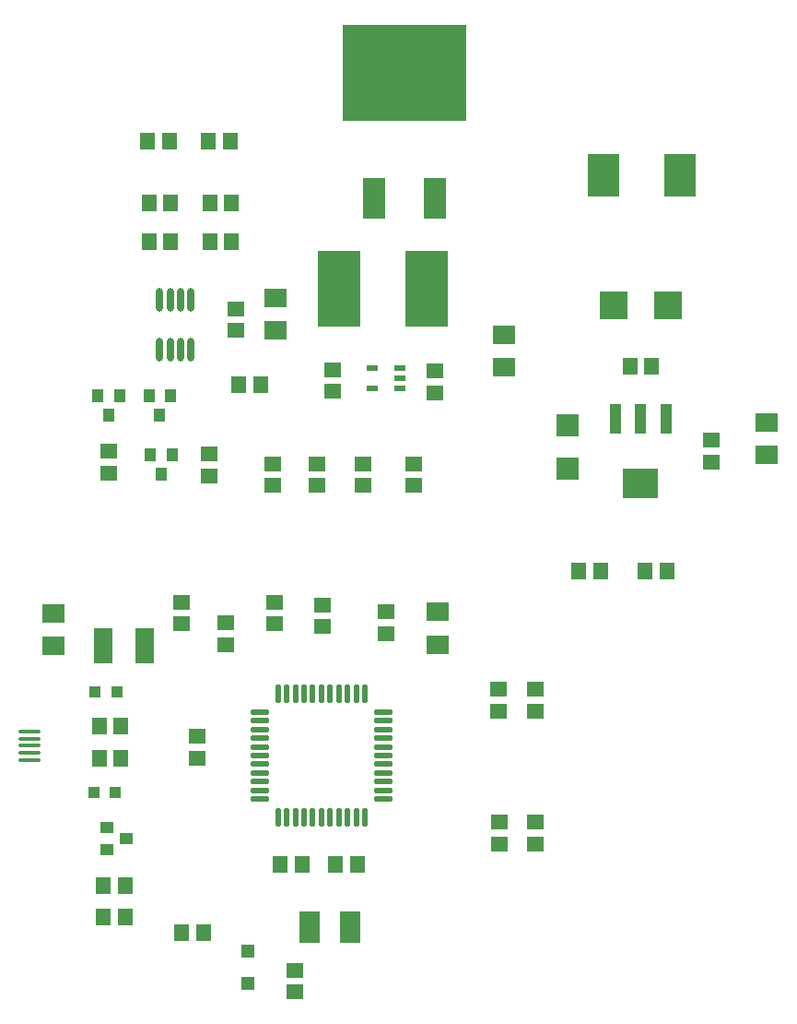
<source format=gtp>
G04*
G04 #@! TF.GenerationSoftware,Altium Limited,Altium Designer,20.0.12 (288)*
G04*
G04 Layer_Color=8421504*
%FSLAX43Y43*%
%MOMM*%
G71*
G01*
G75*
%ADD14O,1.750X0.550*%
%ADD15O,0.550X1.750*%
%ADD16R,1.500X1.400*%
%ADD17R,3.000X4.000*%
%ADD18R,1.400X1.500*%
%ADD19R,1.000X1.200*%
%ADD20R,1.900X3.000*%
%ADD21R,3.300X2.700*%
%ADD22R,1.000X2.700*%
%ADD23R,1.000X1.000*%
%ADD24R,1.200X1.000*%
%ADD25R,11.430X8.890*%
%ADD26R,2.083X3.810*%
%ADD27R,4.000X7.000*%
%ADD28O,2.000X0.400*%
%ADD29O,0.600X2.200*%
%ADD30R,2.100X1.800*%
%ADD31R,1.200X1.200*%
%ADD32R,1.800X3.200*%
%ADD33R,2.000X2.000*%
%ADD34R,1.100X0.600*%
%ADD35R,2.500X2.500*%
D14*
X56707Y60364D02*
D03*
Y59564D02*
D03*
Y58764D02*
D03*
Y57964D02*
D03*
Y57164D02*
D03*
Y56364D02*
D03*
Y55564D02*
D03*
Y54764D02*
D03*
Y53964D02*
D03*
Y53164D02*
D03*
Y52364D02*
D03*
X68007D02*
D03*
Y53164D02*
D03*
Y53964D02*
D03*
Y54764D02*
D03*
Y55564D02*
D03*
Y56364D02*
D03*
Y57164D02*
D03*
Y57964D02*
D03*
Y58764D02*
D03*
Y59564D02*
D03*
Y60364D02*
D03*
D15*
X58357Y50714D02*
D03*
X59157D02*
D03*
X59957D02*
D03*
X60757D02*
D03*
X61557D02*
D03*
X62357D02*
D03*
X63157D02*
D03*
X63957D02*
D03*
X64757D02*
D03*
X65557D02*
D03*
X66357D02*
D03*
Y62014D02*
D03*
X65557D02*
D03*
X64757D02*
D03*
X63957D02*
D03*
X63157D02*
D03*
X62357D02*
D03*
X61557D02*
D03*
X60757D02*
D03*
X59957D02*
D03*
X59157D02*
D03*
X58357D02*
D03*
D16*
X54483Y95369D02*
D03*
Y97369D02*
D03*
X52070Y84034D02*
D03*
Y82034D02*
D03*
X68326Y69556D02*
D03*
Y67556D02*
D03*
X57912Y81145D02*
D03*
Y83145D02*
D03*
X63373Y91781D02*
D03*
Y89781D02*
D03*
X42799Y84288D02*
D03*
Y82288D02*
D03*
X59944Y34663D02*
D03*
Y36663D02*
D03*
X78613Y60444D02*
D03*
Y62444D02*
D03*
X82042Y60444D02*
D03*
Y62444D02*
D03*
Y50252D02*
D03*
Y48252D02*
D03*
X78740Y50252D02*
D03*
Y48252D02*
D03*
X58039Y70429D02*
D03*
Y68429D02*
D03*
X53594Y68540D02*
D03*
Y66540D02*
D03*
X49530Y68445D02*
D03*
Y70445D02*
D03*
X66167Y81145D02*
D03*
Y83145D02*
D03*
X70866D02*
D03*
Y81145D02*
D03*
X72771Y89654D02*
D03*
Y91654D02*
D03*
X61976Y81145D02*
D03*
Y83145D02*
D03*
X50927Y56126D02*
D03*
Y58126D02*
D03*
X62484Y70175D02*
D03*
Y68175D02*
D03*
X98171Y85304D02*
D03*
Y83304D02*
D03*
D17*
X88265Y109601D02*
D03*
X95265D02*
D03*
D18*
X90694Y92051D02*
D03*
X92694D02*
D03*
X43926Y59055D02*
D03*
X41926D02*
D03*
X43942Y56110D02*
D03*
X41942D02*
D03*
X42291Y44450D02*
D03*
X44291D02*
D03*
X42307Y41505D02*
D03*
X44307D02*
D03*
X60563Y46331D02*
D03*
X58563D02*
D03*
X63643D02*
D03*
X65643D02*
D03*
X52086Y103505D02*
D03*
X54086D02*
D03*
X56753Y90400D02*
D03*
X54753D02*
D03*
X48498Y103505D02*
D03*
X46498D02*
D03*
X49530Y40108D02*
D03*
X51530D02*
D03*
X51959Y112776D02*
D03*
X53959D02*
D03*
X48514Y107061D02*
D03*
X46514D02*
D03*
X46387Y112776D02*
D03*
X48387D02*
D03*
X54086Y107061D02*
D03*
X52086D02*
D03*
X92091Y73255D02*
D03*
X94091D02*
D03*
X85995D02*
D03*
X87995D02*
D03*
D19*
X48625Y83923D02*
D03*
X46625D02*
D03*
X47625Y82145D02*
D03*
X42799Y87606D02*
D03*
X41799Y89384D02*
D03*
X43799D02*
D03*
X47498Y87606D02*
D03*
X46498Y89384D02*
D03*
X48498D02*
D03*
D20*
X65024Y40640D02*
D03*
X61224D02*
D03*
D21*
X91694Y81354D02*
D03*
D22*
X89394Y87254D02*
D03*
X91694D02*
D03*
X93994D02*
D03*
D23*
X41545Y62230D02*
D03*
X43545D02*
D03*
X41434Y52959D02*
D03*
X43434D02*
D03*
D24*
X42672Y49744D02*
D03*
Y47744D02*
D03*
X44450Y48744D02*
D03*
D25*
X69977Y118999D02*
D03*
D26*
X67199Y107523D02*
D03*
X72787D02*
D03*
D27*
X72009Y99187D02*
D03*
X64009D02*
D03*
D28*
X35560Y58577D02*
D03*
Y57927D02*
D03*
Y57277D02*
D03*
Y56627D02*
D03*
Y55977D02*
D03*
D29*
X50353Y98199D02*
D03*
X49403D02*
D03*
X48453D02*
D03*
X47503D02*
D03*
X50353Y93599D02*
D03*
X49403D02*
D03*
X48453D02*
D03*
X47503D02*
D03*
D30*
X73025Y69548D02*
D03*
Y66548D02*
D03*
X37719Y66421D02*
D03*
Y69421D02*
D03*
X79121Y91996D02*
D03*
Y94996D02*
D03*
X58166Y95377D02*
D03*
Y98377D02*
D03*
X103251Y83947D02*
D03*
Y86947D02*
D03*
D31*
X55626Y35433D02*
D03*
Y38433D02*
D03*
D32*
X46096Y66397D02*
D03*
X42296D02*
D03*
D33*
X84963Y82685D02*
D03*
Y86685D02*
D03*
D34*
X66996Y91919D02*
D03*
Y90019D02*
D03*
X69596Y91919D02*
D03*
Y90969D02*
D03*
Y90019D02*
D03*
D35*
X89194Y97639D02*
D03*
X94194D02*
D03*
M02*

</source>
